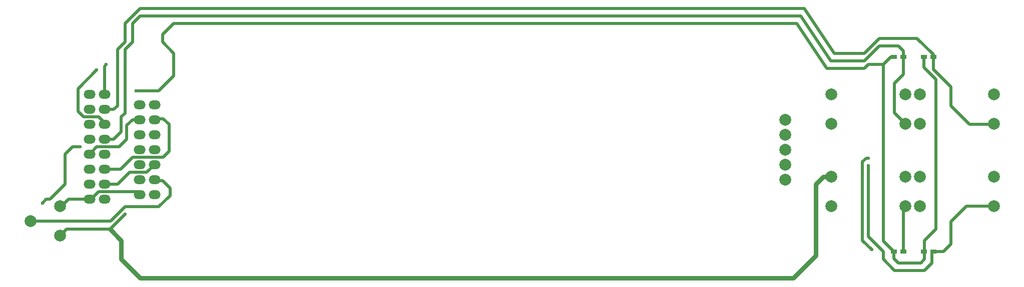
<source format=gtl>
G04 DipTrace 3.0.0.2*
G04 FrontPanel(LCD4x20).GTL*
%MOMM*%
G04 #@! TF.FileFunction,Copper,L1,Top*
G04 #@! TF.Part,Single*
G04 #@! TA.AperFunction,Conductor*
%ADD14C,0.5*%
%ADD16C,0.8*%
G04 #@! TA.AperFunction,ComponentPad*
%ADD17O,2.0X1.5*%
%ADD18C,2.0*%
%ADD19R,1.0X0.8*%
G04 #@! TA.AperFunction,ComponentPad*
%ADD20C,2.0*%
G04 #@! TA.AperFunction,ViaPad*
%ADD21C,0.6*%
%FSLAX35Y35*%
G04*
G71*
G90*
G75*
G01*
G04 Top*
%LPD*%
X1454000Y-2870000D2*
D14*
X1724127D1*
X1927500Y-2666627D1*
X2451377D1*
X2546627Y-2571377D1*
Y-2111003D1*
X2451373Y-2015750D1*
X2314250D1*
X2300000Y-2030000D1*
X1200000Y-2616000D2*
X1200250D1*
X1324250Y-2492000D1*
X1705250D1*
X1832250Y-2365000D1*
Y-2126877D1*
X1927500Y-2031627D1*
X2044373D1*
X2046000Y-2030000D1*
X1454000Y-3124000D2*
X1676500D1*
X1879873Y-2920627D1*
X2171373D1*
X2300000Y-2792000D1*
X200000Y-3750000D2*
X1558500D1*
X1800500Y-3508000D1*
X2372000D1*
X2562500Y-3317500D1*
Y-3190500D1*
X2435500Y-3063500D1*
X2317500D1*
X2300000Y-3046000D1*
X700000Y-3500000D2*
X729000D1*
X848000Y-3381000D1*
X1197000D1*
X1200000Y-3378000D1*
X1232000D1*
X1356000Y-3254000D1*
X2000000D1*
X2046000Y-3300000D1*
X1038500Y-2492000D2*
X911500D1*
X784500Y-2619000D1*
Y-3127000D1*
X530500Y-3381000D1*
X467000D1*
X403500Y-3444500D1*
X1800500Y-3635000D2*
X1546500Y-3889000D1*
X811000D1*
X700000Y-4000000D1*
X13750000Y-3000000D2*
D16*
X13611500D1*
X13484500Y-3127000D1*
Y-4333500D1*
X13103500Y-4714500D1*
X2054500D1*
X1737000Y-4397000D1*
Y-4079500D1*
X1546500Y-3889000D1*
X14808133Y-968000D2*
D14*
X14754500D1*
X14627500Y-1095000D1*
Y-4089367D1*
X14808133Y-4270000D1*
X15316133Y-968000D2*
Y-1148633D1*
X15516500Y-1349000D1*
Y-3889000D1*
X15326000Y-4079500D1*
Y-4260133D1*
X15316133Y-4270000D1*
X14808133D2*
Y-4387133D1*
X14881500Y-4460500D1*
X15262500D1*
X15326000Y-4397000D1*
Y-4279867D1*
X15316133Y-4270000D1*
X14627500Y-1095000D2*
X14373500D1*
X14310000Y-1158500D1*
X13675000D1*
X13167000Y-396500D1*
X2626000D1*
X2435500Y-587000D1*
Y-714000D1*
X2626000Y-904500D1*
Y-1285500D1*
X2372000Y-1539500D1*
X1991000D1*
X14968133Y-968000D2*
Y-1262367D1*
X14818000Y-1412500D1*
Y-1918000D1*
X15000000Y-2100000D1*
X14968133Y-968000D2*
Y-864133D1*
X14881500Y-777500D1*
X14564000D1*
X14310000Y-1031500D1*
X13738500D1*
X13230500Y-269500D1*
X2054500D1*
X1927500Y-396500D1*
Y-714000D1*
X1800500Y-841000D1*
Y-1920500D1*
X1737000Y-1984000D1*
Y-2238000D1*
X1610000Y-2365000D1*
X1457000D1*
X1454000Y-2362000D1*
X14968133Y-4270000D2*
Y-3531867D1*
X15000000Y-3500000D1*
X1454000Y-2108000D2*
Y-2082000D1*
X1356000Y-1984000D1*
X1102000D1*
X1006750Y-1888750D1*
Y-1507750D1*
X1324250Y-1190250D1*
X14373500Y-2682500D2*
X14341750D1*
X14278250Y-2746000D1*
Y-4079500D1*
X14437000Y-4238250D1*
X15476133Y-968000D2*
Y-1181633D1*
X15770500Y-1476000D1*
Y-1793500D1*
X16088000Y-2111000D1*
X16489000D1*
X16500000Y-2100000D1*
X15476133Y-968000D2*
Y-927633D1*
X15199000Y-650500D1*
X14564000D1*
X14310000Y-904500D1*
X13802000D1*
X13294000Y-142500D1*
X2054500D1*
X1800500Y-396500D1*
Y-714000D1*
X1673500Y-841000D1*
Y-1793500D1*
X1610000Y-1857000D1*
X1457000D1*
X1454000Y-1854000D1*
X16500000Y-3500000D2*
X16032500D1*
X15770500Y-3762000D1*
Y-4143000D1*
X15643500Y-4270000D1*
X15476133D1*
X1454000Y-1600000D2*
Y-1124000D1*
X1483000Y-1095000D1*
X14373500Y-2809500D2*
Y-4016000D1*
X14627500Y-4270000D1*
Y-4397000D1*
X14818000Y-4587500D1*
X15326000D1*
X15453000Y-4460500D1*
Y-4293133D1*
X15476133Y-4270000D1*
D21*
X1038500Y-2492000D3*
X403500Y-3444500D3*
X1800500Y-3635000D3*
X1991000Y-1539500D3*
X1324250Y-1190250D3*
X14373500Y-2682500D3*
X14437000Y-4238250D3*
X1483000Y-1095000D3*
X14373500Y-2809500D3*
D17*
X1200000Y-1600000D3*
X1454000D3*
X1200000Y-1854000D3*
X1454000D3*
X1200000Y-2108000D3*
X1454000D3*
X1200000Y-2362000D3*
X1454000D3*
X1200000Y-2616000D3*
X1454000D3*
X1200000Y-2870000D3*
X1454000D3*
X1200000Y-3124000D3*
X1454000D3*
X1200000Y-3378000D3*
X1454000D3*
X2300000Y-3300000D3*
X2046000D3*
X2300000Y-3046000D3*
X2046000D3*
X2300000Y-2792000D3*
X2046000D3*
X2300000Y-2538000D3*
X2046000D3*
X2300000Y-2284000D3*
X2046000D3*
X2300000Y-2030000D3*
X2046000D3*
X2300000Y-1776000D3*
X2046000D3*
D18*
X12968000Y-3046000D3*
Y-2792000D3*
Y-2538000D3*
Y-2284000D3*
Y-2030000D3*
D19*
X14968133Y-968000D3*
X14808133D3*
X14968133Y-4270000D3*
X14808133D3*
X15476133Y-968000D3*
X15316133D3*
X15476133Y-4270000D3*
X15316133D3*
D20*
X15000000Y-2100000D3*
X13750000D3*
X15000000Y-1600000D3*
X13750000D3*
X15000000Y-3500000D3*
X13750000D3*
X15000000Y-3000000D3*
X13750000D3*
X16500000Y-2100000D3*
X15250000D3*
X16500000Y-1600000D3*
X15250000D3*
X16500000Y-3500000D3*
X15250000D3*
X16500000Y-3000000D3*
X15250000D3*
X700000Y-4000000D3*
X200000Y-3750000D3*
X700000Y-3500000D3*
M02*

</source>
